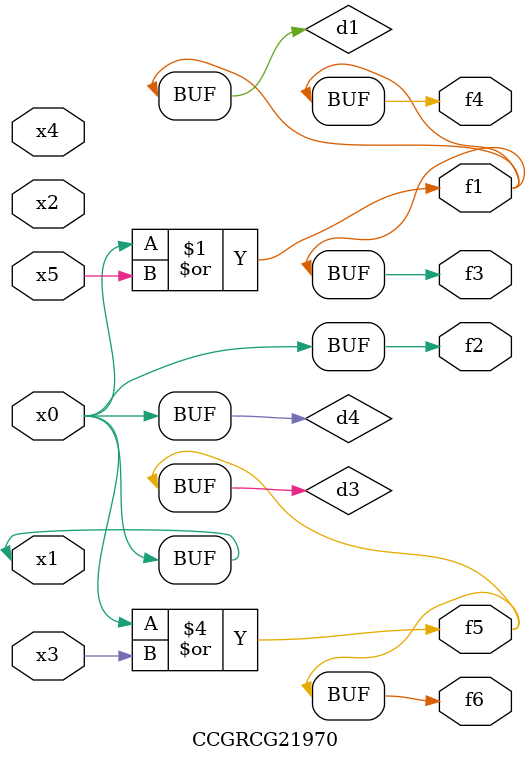
<source format=v>
module CCGRCG21970(
	input x0, x1, x2, x3, x4, x5,
	output f1, f2, f3, f4, f5, f6
);

	wire d1, d2, d3, d4;

	or (d1, x0, x5);
	xnor (d2, x1, x4);
	or (d3, x0, x3);
	buf (d4, x0, x1);
	assign f1 = d1;
	assign f2 = d4;
	assign f3 = d1;
	assign f4 = d1;
	assign f5 = d3;
	assign f6 = d3;
endmodule

</source>
